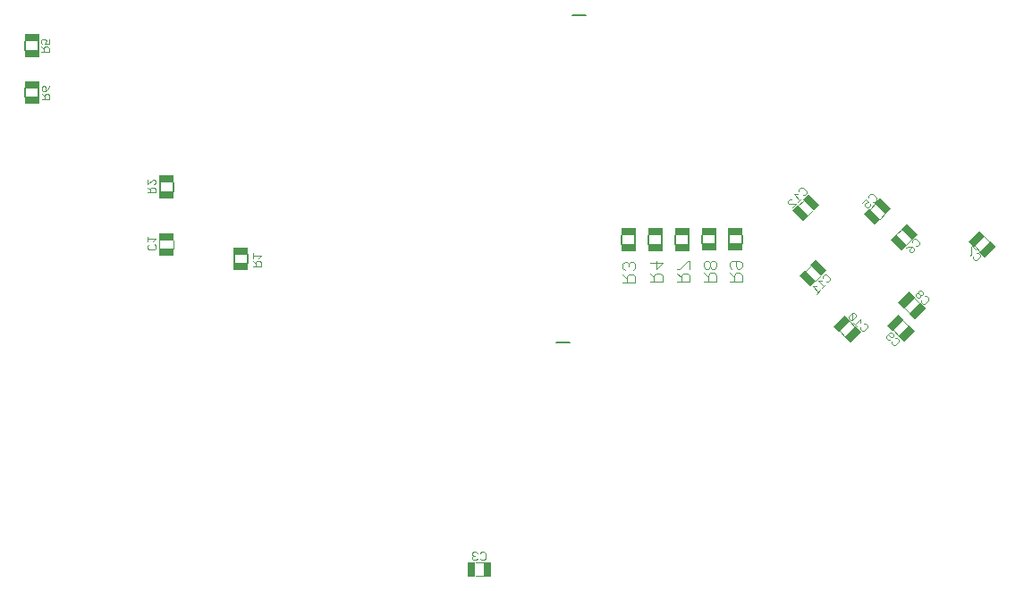
<source format=gbo>
G04 EAGLE Gerber RS-274X export*
G75*
%MOMM*%
%FSLAX34Y34*%
%LPD*%
%INBottom Silkscreen*%
%IPPOS*%
%AMOC8*
5,1,8,0,0,1.08239X$1,22.5*%
G01*
%ADD10C,0.101600*%
%ADD11R,0.750100X1.450100*%
%ADD12C,0.076200*%
%ADD13R,1.450100X0.750100*%
%ADD14C,0.152400*%
%ADD15R,1.400000X0.650000*%
%ADD16C,0.203200*%


D10*
X509016Y256028D02*
X501396Y256028D01*
X501396Y242828D02*
X508766Y242828D01*
D11*
X512378Y249440D03*
X497900Y249440D03*
D12*
X505752Y264589D02*
X506981Y265817D01*
X509438Y265817D01*
X510667Y264589D01*
X510667Y259674D01*
X509438Y258445D01*
X506981Y258445D01*
X505752Y259674D01*
X503183Y264589D02*
X501954Y265817D01*
X499497Y265817D01*
X498268Y264589D01*
X498268Y263360D01*
X499497Y262131D01*
X500725Y262131D01*
X499497Y262131D02*
X498268Y260902D01*
X498268Y259674D01*
X499497Y258445D01*
X501954Y258445D01*
X503183Y259674D01*
D10*
X202188Y553466D02*
X202188Y561086D01*
X215388Y560836D02*
X215388Y553466D01*
D13*
X208777Y564448D03*
X208777Y549970D03*
D12*
X198761Y555773D02*
X197533Y557002D01*
X198761Y555773D02*
X198761Y553315D01*
X197533Y552087D01*
X192618Y552087D01*
X191389Y553315D01*
X191389Y555773D01*
X192618Y557002D01*
X196304Y559571D02*
X198761Y562028D01*
X191389Y562028D01*
X191389Y559571D02*
X191389Y564486D01*
D14*
X273050Y547660D02*
X273050Y539460D01*
X285750Y539460D02*
X285750Y547660D01*
D15*
X279385Y536246D03*
X279385Y550978D03*
D12*
X290957Y536339D02*
X298329Y536339D01*
X298329Y540025D01*
X297101Y541254D01*
X294643Y541254D01*
X293414Y540025D01*
X293414Y536339D01*
X293414Y538796D02*
X290957Y541254D01*
X295872Y543823D02*
X298329Y546280D01*
X290957Y546280D01*
X290957Y543823D02*
X290957Y548738D01*
D14*
X202692Y607278D02*
X202692Y615478D01*
X215392Y615478D02*
X215392Y607278D01*
D15*
X209027Y604064D03*
X209027Y618796D03*
D12*
X198507Y606189D02*
X191135Y606189D01*
X198507Y606189D02*
X198507Y609875D01*
X197279Y611104D01*
X194821Y611104D01*
X193592Y609875D01*
X193592Y606189D01*
X193592Y608646D02*
X191135Y611104D01*
X191135Y613673D02*
X191135Y618588D01*
X191135Y613673D02*
X196050Y618588D01*
X197279Y618588D01*
X198507Y617359D01*
X198507Y614902D01*
X197279Y613673D01*
D14*
X87884Y741136D02*
X87884Y749336D01*
X75184Y749336D02*
X75184Y741136D01*
D15*
X81549Y752550D03*
X81549Y737818D03*
D12*
X90297Y739267D02*
X97669Y739267D01*
X97669Y742953D01*
X96441Y744182D01*
X93983Y744182D01*
X92754Y742953D01*
X92754Y739267D01*
X92754Y741724D02*
X90297Y744182D01*
X97669Y746751D02*
X97669Y751666D01*
X97669Y746751D02*
X93983Y746751D01*
X95212Y749209D01*
X95212Y750437D01*
X93983Y751666D01*
X91526Y751666D01*
X90297Y750437D01*
X90297Y747980D01*
X91526Y746751D01*
D14*
X75184Y705140D02*
X75184Y696940D01*
X87884Y696940D02*
X87884Y705140D01*
D15*
X81519Y693726D03*
X81519Y708458D03*
D12*
X90805Y694581D02*
X98177Y694581D01*
X98177Y698267D01*
X96949Y699496D01*
X94491Y699496D01*
X93262Y698267D01*
X93262Y694581D01*
X93262Y697038D02*
X90805Y699496D01*
X96949Y704522D02*
X98177Y706980D01*
X96949Y704522D02*
X94491Y702065D01*
X92034Y702065D01*
X90805Y703294D01*
X90805Y705751D01*
X92034Y706980D01*
X93262Y706980D01*
X94491Y705751D01*
X94491Y702065D01*
D16*
X577850Y464630D02*
X590550Y464630D01*
D14*
X652508Y557402D02*
X652508Y565602D01*
X639808Y565602D02*
X639808Y557402D01*
D15*
X646173Y568816D03*
X646173Y554084D03*
D10*
X640824Y520862D02*
X652518Y520862D01*
X652518Y526709D01*
X650569Y528658D01*
X646671Y528658D01*
X644722Y526709D01*
X644722Y520862D01*
X644722Y524760D02*
X640824Y528658D01*
X650569Y532556D02*
X652518Y534505D01*
X652518Y538403D01*
X650569Y540352D01*
X648620Y540352D01*
X646671Y538403D01*
X646671Y536454D01*
X646671Y538403D02*
X644722Y540352D01*
X642773Y540352D01*
X640824Y538403D01*
X640824Y534505D01*
X642773Y532556D01*
D14*
X678162Y557656D02*
X678162Y565856D01*
X665462Y565856D02*
X665462Y557656D01*
D15*
X671827Y569070D03*
X671827Y554338D03*
D10*
X666732Y521878D02*
X678426Y521878D01*
X678426Y527725D01*
X676477Y529674D01*
X672579Y529674D01*
X670630Y527725D01*
X670630Y521878D01*
X670630Y525776D02*
X666732Y529674D01*
X666732Y539419D02*
X678426Y539419D01*
X672579Y533572D01*
X672579Y541368D01*
D14*
X703308Y557656D02*
X703308Y565856D01*
X690608Y565856D02*
X690608Y557656D01*
D15*
X696973Y569070D03*
X696973Y554338D03*
D10*
X692640Y521878D02*
X704334Y521878D01*
X704334Y527725D01*
X702385Y529674D01*
X698487Y529674D01*
X696538Y527725D01*
X696538Y521878D01*
X696538Y525776D02*
X692640Y529674D01*
X704334Y533572D02*
X704334Y541368D01*
X702385Y541368D01*
X694589Y533572D01*
X692640Y533572D01*
D14*
X728708Y557910D02*
X728708Y566110D01*
X716008Y566110D02*
X716008Y557910D01*
D15*
X722373Y569324D03*
X722373Y554592D03*
D10*
X717786Y522132D02*
X729480Y522132D01*
X729480Y527979D01*
X727531Y529928D01*
X723633Y529928D01*
X721684Y527979D01*
X721684Y522132D01*
X721684Y526030D02*
X717786Y529928D01*
X727531Y533826D02*
X729480Y535775D01*
X729480Y539673D01*
X727531Y541622D01*
X725582Y541622D01*
X723633Y539673D01*
X721684Y541622D01*
X719735Y541622D01*
X717786Y539673D01*
X717786Y535775D01*
X719735Y533826D01*
X721684Y533826D01*
X723633Y535775D01*
X725582Y533826D01*
X727531Y533826D01*
X723633Y535775D02*
X723633Y539673D01*
D14*
X753854Y557910D02*
X753854Y566110D01*
X741154Y566110D02*
X741154Y557910D01*
D15*
X747519Y569324D03*
X747519Y554592D03*
D10*
X742170Y522132D02*
X753864Y522132D01*
X753864Y527979D01*
X751915Y529928D01*
X748017Y529928D01*
X746068Y527979D01*
X746068Y522132D01*
X746068Y526030D02*
X742170Y529928D01*
X744119Y533826D02*
X742170Y535775D01*
X742170Y539673D01*
X744119Y541622D01*
X751915Y541622D01*
X753864Y539673D01*
X753864Y535775D01*
X751915Y533826D01*
X749966Y533826D01*
X748017Y535775D01*
X748017Y541622D01*
X874781Y590745D02*
X880169Y596133D01*
X889326Y586622D02*
X884115Y581411D01*
D11*
G36*
X879427Y596325D02*
X884731Y601629D01*
X894983Y591377D01*
X889679Y586073D01*
X879427Y596325D01*
G37*
G36*
X869189Y586088D02*
X874493Y591392D01*
X884745Y581140D01*
X879441Y575836D01*
X869189Y586088D01*
G37*
D12*
X873784Y600997D02*
X873784Y602735D01*
X875521Y604473D01*
X877259Y604473D01*
X880734Y600997D01*
X880734Y599260D01*
X878997Y597522D01*
X877259Y597522D01*
X871098Y600049D02*
X867623Y596574D01*
X871098Y600049D02*
X873705Y597443D01*
X871098Y596574D01*
X870229Y595705D01*
X870229Y593968D01*
X871967Y592230D01*
X873705Y592230D01*
X875442Y593968D01*
X875442Y595705D01*
D10*
X909261Y556773D02*
X914649Y562161D01*
X905315Y571495D02*
X900104Y566284D01*
D11*
G36*
X910003Y556581D02*
X904699Y551277D01*
X894447Y561529D01*
X899751Y566833D01*
X910003Y556581D01*
G37*
G36*
X920241Y566818D02*
X914937Y561514D01*
X904685Y571766D01*
X909989Y577070D01*
X920241Y566818D01*
G37*
D12*
X914753Y560475D02*
X914753Y558737D01*
X914753Y560475D02*
X916491Y562212D01*
X918229Y562212D01*
X921704Y558737D01*
X921704Y556999D01*
X919966Y555262D01*
X918229Y555262D01*
X911199Y555183D02*
X908592Y554314D01*
X911199Y555183D02*
X914674Y555183D01*
X916412Y553445D01*
X916412Y551707D01*
X914674Y549970D01*
X912937Y549970D01*
X912068Y550838D01*
X912068Y552576D01*
X914674Y555183D01*
D10*
X973841Y555303D02*
X979229Y549915D01*
X988563Y559249D02*
X983352Y564460D01*
D11*
G36*
X973649Y554561D02*
X968345Y559865D01*
X978597Y570117D01*
X983901Y564813D01*
X973649Y554561D01*
G37*
G36*
X983886Y544323D02*
X978582Y549627D01*
X988834Y559879D01*
X994138Y554575D01*
X983886Y544323D01*
G37*
D12*
X977797Y549303D02*
X976059Y549303D01*
X977797Y549303D02*
X979535Y547565D01*
X979535Y545827D01*
X976059Y542352D01*
X974322Y542352D01*
X972584Y544090D01*
X972584Y545827D01*
X975111Y551988D02*
X971636Y555464D01*
X970767Y554595D01*
X970767Y547644D01*
X969898Y546775D01*
D10*
X912681Y492003D02*
X907293Y497391D01*
X916804Y506548D02*
X922015Y501337D01*
D11*
G36*
X907101Y496649D02*
X901797Y501953D01*
X912049Y512205D01*
X917353Y506901D01*
X907101Y496649D01*
G37*
G36*
X917338Y486411D02*
X912034Y491715D01*
X922286Y501967D01*
X927590Y496663D01*
X917338Y486411D01*
G37*
D12*
X927037Y507901D02*
X928775Y507901D01*
X930513Y506163D01*
X930513Y504425D01*
X927037Y500950D01*
X925300Y500950D01*
X923562Y502688D01*
X923562Y504425D01*
X925220Y509717D02*
X925220Y511455D01*
X923483Y513193D01*
X921745Y513193D01*
X920876Y512324D01*
X920876Y510586D01*
X919139Y510586D01*
X918270Y509717D01*
X918270Y507980D01*
X920007Y506242D01*
X921745Y506242D01*
X922614Y507111D01*
X922614Y508849D01*
X924352Y508849D01*
X925220Y509717D01*
X922614Y508849D02*
X920876Y510586D01*
D10*
X896879Y475801D02*
X902267Y470413D01*
X911601Y479747D02*
X906390Y484958D01*
D11*
G36*
X896687Y475059D02*
X891383Y480363D01*
X901635Y490615D01*
X906939Y485311D01*
X896687Y475059D01*
G37*
G36*
X906924Y464821D02*
X901620Y470125D01*
X911872Y480377D01*
X917176Y475073D01*
X906924Y464821D01*
G37*
D12*
X900835Y468531D02*
X899097Y468531D01*
X900835Y468531D02*
X902573Y466793D01*
X902573Y465055D01*
X899097Y461580D01*
X897360Y461580D01*
X895622Y463318D01*
X895622Y465055D01*
X893805Y466872D02*
X892067Y466872D01*
X890330Y468610D01*
X890330Y470347D01*
X893805Y473823D01*
X895543Y473823D01*
X897280Y472085D01*
X897280Y470347D01*
X896412Y469479D01*
X894674Y469479D01*
X892067Y472085D01*
D10*
X851467Y469651D02*
X846079Y475039D01*
X855590Y484196D02*
X860801Y478985D01*
D11*
G36*
X845887Y474297D02*
X840583Y479601D01*
X850835Y489853D01*
X856139Y484549D01*
X845887Y474297D01*
G37*
G36*
X856124Y464059D02*
X850820Y469363D01*
X861072Y479615D01*
X866376Y474311D01*
X856124Y464059D01*
G37*
D12*
X868928Y481887D02*
X870666Y481887D01*
X872403Y480149D01*
X872403Y478411D01*
X868928Y474936D01*
X867190Y474936D01*
X865453Y476674D01*
X865453Y478411D01*
X866242Y482835D02*
X866242Y486310D01*
X861029Y481097D01*
X862767Y479359D02*
X859292Y482835D01*
X858344Y485520D02*
X861819Y488996D01*
X861819Y490733D01*
X860081Y492471D01*
X858344Y492471D01*
X854868Y488996D01*
X854868Y487258D01*
X856606Y485520D01*
X858344Y485520D01*
X858344Y492471D01*
D10*
X813821Y532071D02*
X819209Y537459D01*
X828366Y527948D02*
X823155Y522737D01*
D11*
G36*
X818467Y537651D02*
X823771Y542955D01*
X834023Y532703D01*
X828719Y527399D01*
X818467Y537651D01*
G37*
G36*
X808229Y527414D02*
X813533Y532718D01*
X823785Y522466D01*
X818481Y517162D01*
X808229Y527414D01*
G37*
D12*
X830425Y526957D02*
X830425Y525219D01*
X830425Y526957D02*
X832163Y528695D01*
X833900Y528695D01*
X837376Y525219D01*
X837376Y523482D01*
X835638Y521744D01*
X833900Y521744D01*
X829477Y522534D02*
X826002Y522534D01*
X831215Y517321D01*
X832952Y519058D02*
X829477Y515583D01*
X824185Y517242D02*
X820710Y517242D01*
X825923Y512029D01*
X827660Y513766D02*
X824185Y510291D01*
D10*
X806709Y593793D02*
X812097Y599181D01*
X821254Y589670D02*
X816043Y584459D01*
D11*
G36*
X811355Y599373D02*
X816659Y604677D01*
X826911Y594425D01*
X821607Y589121D01*
X811355Y599373D01*
G37*
G36*
X801117Y589136D02*
X806421Y594440D01*
X816673Y584188D01*
X811369Y578884D01*
X801117Y589136D01*
G37*
D12*
X807744Y607093D02*
X807744Y608831D01*
X809481Y610569D01*
X811219Y610569D01*
X814694Y607093D01*
X814694Y605356D01*
X812957Y603618D01*
X811219Y603618D01*
X806796Y604408D02*
X803320Y604408D01*
X808533Y599195D01*
X810271Y600932D02*
X806796Y597457D01*
X804979Y595640D02*
X801504Y592165D01*
X804979Y595640D02*
X798028Y595640D01*
X797160Y596509D01*
X797160Y598247D01*
X798897Y599984D01*
X800635Y599984D01*
D16*
X605536Y774192D02*
X592836Y774192D01*
M02*

</source>
